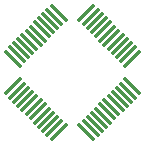
<source format=gtp>
G04 #@! TF.GenerationSoftware,KiCad,Pcbnew,9.0.6*
G04 #@! TF.CreationDate,2026-01-08T14:50:14-06:00*
G04 #@! TF.ProjectId,QFP-48_7x7_P0.5,5146502d-3438-45f3-9778-375f50302e35,rev?*
G04 #@! TF.SameCoordinates,Original*
G04 #@! TF.FileFunction,Paste,Top*
G04 #@! TF.FilePolarity,Positive*
%FSLAX46Y46*%
G04 Gerber Fmt 4.6, Leading zero omitted, Abs format (unit mm)*
G04 Created by KiCad (PCBNEW 9.0.6) date 2026-01-08 14:50:14*
%MOMM*%
%LPD*%
G01*
G04 APERTURE LIST*
G04 Aperture macros list*
%AMRoundRect*
0 Rectangle with rounded corners*
0 $1 Rounding radius*
0 $2 $3 $4 $5 $6 $7 $8 $9 X,Y pos of 4 corners*
0 Add a 4 corners polygon primitive as box body*
4,1,4,$2,$3,$4,$5,$6,$7,$8,$9,$2,$3,0*
0 Add four circle primitives for the rounded corners*
1,1,$1+$1,$2,$3*
1,1,$1+$1,$4,$5*
1,1,$1+$1,$6,$7*
1,1,$1+$1,$8,$9*
0 Add four rect primitives between the rounded corners*
20,1,$1+$1,$2,$3,$4,$5,0*
20,1,$1+$1,$4,$5,$6,$7,0*
20,1,$1+$1,$6,$7,$8,$9,0*
20,1,$1+$1,$8,$9,$2,$3,0*%
G04 Aperture macros list end*
%ADD10RoundRect,0.075000X-0.707107X-0.601041X-0.601041X-0.707107X0.707107X0.601041X0.601041X0.707107X0*%
%ADD11RoundRect,0.075000X-0.707107X0.601041X0.601041X-0.707107X0.707107X-0.601041X-0.601041X0.707107X0*%
G04 APERTURE END LIST*
D10*
X135133115Y-123593332D03*
X134779561Y-123239779D03*
X136193774Y-124653991D03*
X134426009Y-122886226D03*
X135486668Y-123946885D03*
X136547328Y-125007546D03*
X133365348Y-121825565D03*
X133718901Y-122179118D03*
X134072454Y-122532672D03*
X136900882Y-125361099D03*
X135840221Y-124300439D03*
X137254435Y-125714652D03*
X142080439Y-118060221D03*
X139605565Y-115585348D03*
X143141099Y-119120882D03*
X141373332Y-117353115D03*
X143494652Y-119474435D03*
X142787546Y-118767328D03*
X142433991Y-118413774D03*
X141019779Y-116999561D03*
X141726885Y-117706668D03*
X140666226Y-116646009D03*
X140312672Y-116292454D03*
X139959118Y-115938901D03*
D11*
X137254435Y-115585348D03*
X136900882Y-115938901D03*
X136547328Y-116292454D03*
X136193774Y-116646009D03*
X135840221Y-116999561D03*
X135486668Y-117353115D03*
X135133115Y-117706668D03*
X134779561Y-118060221D03*
X134426009Y-118413774D03*
X134072454Y-118767328D03*
X133718901Y-119120882D03*
X133365348Y-119474435D03*
X139605565Y-125714652D03*
X139959118Y-125361099D03*
X140312672Y-125007546D03*
X140666226Y-124653991D03*
X141019779Y-124300439D03*
X141373332Y-123946885D03*
X141726885Y-123593332D03*
X142080439Y-123239779D03*
X142433991Y-122886226D03*
X142787546Y-122532672D03*
X143141099Y-122179118D03*
X143494652Y-121825565D03*
M02*

</source>
